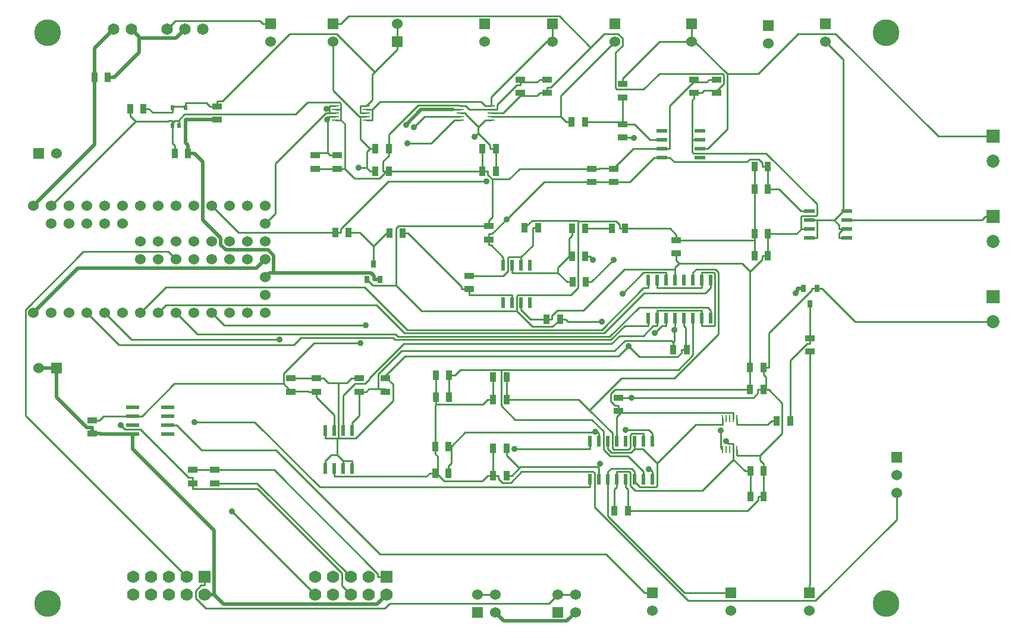
<source format=gtl>
G04 (created by PCBNEW (2013-jul-07)-stable) date Tue 18 Dec 2018 06:03:29 PM PST*
%MOIN*%
G04 Gerber Fmt 3.4, Leading zero omitted, Abs format*
%FSLAX34Y34*%
G01*
G70*
G90*
G04 APERTURE LIST*
%ADD10C,0.00590551*%
%ADD11R,0.02X0.03*%
%ADD12R,0.0315X0.0394*%
%ADD13R,0.055X0.035*%
%ADD14R,0.035X0.055*%
%ADD15R,0.06X0.06*%
%ADD16C,0.06*%
%ADD17R,0.0394X0.0106*%
%ADD18R,0.0779528X0.0208661*%
%ADD19R,0.023622X0.0610236*%
%ADD20R,0.0610236X0.023622*%
%ADD21R,0.07X0.07*%
%ADD22C,0.07*%
%ADD23R,0.0106X0.0394*%
%ADD24C,0.15*%
%ADD25R,0.073X0.073*%
%ADD26C,0.073*%
%ADD27C,0.065*%
%ADD28C,0.035*%
%ADD29C,0.01*%
%ADD30C,0.02*%
%ADD31C,0.0105906*%
G04 APERTURE END LIST*
G54D10*
G54D11*
X28491Y-26698D03*
X29241Y-26698D03*
X28491Y-25698D03*
X28866Y-26698D03*
X29241Y-25698D03*
G54D12*
X39777Y-34474D03*
X40152Y-35340D03*
X39402Y-35340D03*
X64250Y-36683D03*
X63875Y-35817D03*
X64625Y-35817D03*
G54D13*
X38954Y-40873D03*
X38954Y-41623D03*
G54D14*
X43266Y-40704D03*
X44016Y-40704D03*
X60875Y-41500D03*
X61625Y-41500D03*
X61652Y-46074D03*
X60902Y-46074D03*
X60875Y-40250D03*
X61625Y-40250D03*
X61652Y-47492D03*
X60902Y-47492D03*
G54D13*
X36553Y-41623D03*
X36553Y-40873D03*
G54D14*
X43266Y-41925D03*
X44016Y-41925D03*
G54D13*
X35135Y-41623D03*
X35135Y-40873D03*
X40450Y-40873D03*
X40450Y-41623D03*
G54D14*
X57335Y-39271D03*
X56585Y-39271D03*
G54D13*
X56750Y-33875D03*
X56750Y-33125D03*
G54D14*
X54032Y-48309D03*
X53282Y-48309D03*
G54D13*
X53500Y-42699D03*
X53500Y-41949D03*
G54D14*
X62375Y-43250D03*
X63125Y-43250D03*
G54D13*
X64250Y-38625D03*
X64250Y-39375D03*
G54D14*
X51640Y-32472D03*
X50890Y-32472D03*
X51680Y-35464D03*
X50930Y-35464D03*
X48252Y-32433D03*
X49002Y-32433D03*
X51640Y-34047D03*
X50890Y-34047D03*
G54D13*
X45124Y-35128D03*
X45124Y-35878D03*
G54D14*
X41412Y-32742D03*
X40662Y-32742D03*
X38380Y-32702D03*
X37630Y-32702D03*
X49473Y-37551D03*
X50223Y-37551D03*
G54D13*
X46226Y-33083D03*
X46226Y-32333D03*
G54D14*
X53884Y-32472D03*
X53134Y-32472D03*
G54D13*
X24000Y-43225D03*
X24000Y-43975D03*
G54D14*
X24125Y-24000D03*
X24875Y-24000D03*
G54D13*
X30875Y-45999D03*
X30875Y-46749D03*
X29625Y-45999D03*
X29625Y-46749D03*
X59000Y-24875D03*
X59000Y-24125D03*
G54D14*
X61125Y-29000D03*
X61875Y-29000D03*
X61875Y-34000D03*
X61125Y-34000D03*
X61125Y-30250D03*
X61875Y-30250D03*
X61875Y-32750D03*
X61125Y-32750D03*
G54D13*
X37750Y-29125D03*
X37750Y-28375D03*
G54D14*
X39875Y-29250D03*
X40625Y-29250D03*
G54D13*
X48000Y-24875D03*
X48000Y-24125D03*
G54D14*
X45875Y-28000D03*
X46625Y-28000D03*
G54D13*
X49500Y-24875D03*
X49500Y-24125D03*
G54D14*
X45875Y-29250D03*
X46625Y-29250D03*
G54D13*
X36500Y-29125D03*
X36500Y-28375D03*
G54D14*
X50875Y-26500D03*
X51625Y-26500D03*
G54D13*
X53750Y-26625D03*
X53750Y-27375D03*
X52000Y-29125D03*
X52000Y-29875D03*
X57750Y-24875D03*
X57750Y-24125D03*
X53250Y-29125D03*
X53250Y-29875D03*
G54D14*
X46477Y-46320D03*
X47227Y-46320D03*
X46477Y-44785D03*
X47227Y-44785D03*
X43227Y-46198D03*
X43977Y-46198D03*
X39875Y-28000D03*
X40625Y-28000D03*
X26125Y-25750D03*
X26875Y-25750D03*
G54D13*
X31000Y-26375D03*
X31000Y-25625D03*
G54D14*
X28625Y-28250D03*
X29375Y-28250D03*
X46477Y-40789D03*
X47227Y-40789D03*
X43227Y-44702D03*
X43977Y-44702D03*
X46477Y-42049D03*
X47227Y-42049D03*
G54D15*
X69100Y-45300D03*
G54D16*
X69100Y-46300D03*
X69100Y-47300D03*
G54D15*
X50100Y-54000D03*
G54D16*
X50100Y-53000D03*
X51100Y-54000D03*
X51100Y-53000D03*
G54D15*
X45600Y-54000D03*
G54D16*
X45600Y-53000D03*
X46600Y-54000D03*
X46600Y-53000D03*
G54D15*
X46000Y-21000D03*
G54D16*
X46000Y-22000D03*
G54D15*
X41100Y-22000D03*
G54D16*
X41100Y-21000D03*
G54D15*
X22000Y-40300D03*
G54D16*
X21000Y-40300D03*
G54D15*
X49800Y-21000D03*
G54D16*
X49800Y-22000D03*
G54D15*
X21000Y-28250D03*
G54D16*
X22000Y-28250D03*
G54D15*
X53300Y-21000D03*
G54D16*
X53300Y-22000D03*
G54D15*
X57600Y-21000D03*
G54D16*
X57600Y-22000D03*
G54D15*
X55400Y-52900D03*
G54D16*
X55400Y-53900D03*
G54D15*
X61900Y-21100D03*
G54D16*
X61900Y-22100D03*
G54D15*
X64200Y-52900D03*
G54D16*
X64200Y-53900D03*
G54D15*
X59800Y-52900D03*
G54D16*
X59800Y-53900D03*
G54D15*
X65100Y-21000D03*
G54D16*
X65100Y-22000D03*
G54D15*
X37500Y-21000D03*
G54D16*
X37500Y-22000D03*
G54D15*
X34000Y-21000D03*
G54D16*
X34000Y-22000D03*
G54D17*
X44625Y-25600D03*
X44625Y-25800D03*
X44625Y-26000D03*
X44625Y-26200D03*
X44625Y-26400D03*
X46375Y-26400D03*
X46375Y-26200D03*
X46375Y-26000D03*
X46375Y-25800D03*
X46375Y-25600D03*
X37625Y-25600D03*
X37625Y-25800D03*
X37625Y-26000D03*
X37625Y-26200D03*
X37625Y-26400D03*
X39375Y-26400D03*
X39375Y-26200D03*
X39375Y-26000D03*
X39375Y-25800D03*
X39375Y-25600D03*
G54D18*
X26279Y-42500D03*
X26279Y-43000D03*
X26279Y-43500D03*
X26279Y-44000D03*
X28220Y-44000D03*
X28220Y-43500D03*
X28220Y-43000D03*
X28220Y-42500D03*
G54D19*
X37062Y-45933D03*
X37562Y-45933D03*
X38062Y-45933D03*
X38562Y-45933D03*
X38562Y-43807D03*
X38062Y-43807D03*
X37562Y-43807D03*
X37062Y-43807D03*
G54D20*
X55948Y-27000D03*
X55948Y-27500D03*
X55948Y-28000D03*
X55948Y-28500D03*
X58074Y-28500D03*
X58074Y-28000D03*
X58074Y-27500D03*
X58074Y-27000D03*
X66312Y-33000D03*
X66312Y-32500D03*
X66312Y-32000D03*
X66312Y-31500D03*
X64187Y-31500D03*
X64187Y-32000D03*
X64187Y-32500D03*
X64187Y-33000D03*
G54D19*
X48551Y-34519D03*
X48051Y-34519D03*
X47551Y-34519D03*
X47051Y-34519D03*
X47051Y-36645D03*
X47551Y-36645D03*
X48051Y-36645D03*
X48551Y-36645D03*
G54D21*
X30300Y-52000D03*
G54D22*
X30300Y-53000D03*
X29300Y-52000D03*
X29300Y-53000D03*
X28300Y-52000D03*
X28300Y-53000D03*
X27300Y-52000D03*
X27300Y-53000D03*
X26300Y-52000D03*
X26300Y-53000D03*
G54D21*
X40500Y-52000D03*
G54D22*
X40500Y-53000D03*
X39500Y-52000D03*
X39500Y-53000D03*
X38500Y-52000D03*
X38500Y-53000D03*
X37500Y-52000D03*
X37500Y-53000D03*
X36500Y-52000D03*
X36500Y-53000D03*
G54D19*
X51907Y-46537D03*
X52407Y-46537D03*
X52907Y-46537D03*
X53407Y-46537D03*
X53407Y-44411D03*
X52907Y-44411D03*
X52407Y-44411D03*
X51907Y-44411D03*
X53907Y-46537D03*
X54407Y-46537D03*
X54907Y-46537D03*
X55407Y-46537D03*
X54407Y-44411D03*
X54907Y-44411D03*
X55407Y-44411D03*
X53907Y-44411D03*
X55171Y-37500D03*
X55671Y-37500D03*
X56171Y-37500D03*
X56671Y-37500D03*
X56671Y-35374D03*
X56171Y-35374D03*
X55671Y-35374D03*
X55171Y-35374D03*
X57171Y-37500D03*
X57671Y-37500D03*
X58171Y-37500D03*
X58671Y-37500D03*
X57671Y-35374D03*
X58171Y-35374D03*
X58671Y-35374D03*
X57171Y-35374D03*
G54D23*
X59350Y-44875D03*
X59550Y-44875D03*
X59750Y-44875D03*
X59950Y-44875D03*
X60150Y-44875D03*
X60150Y-43125D03*
X59950Y-43125D03*
X59750Y-43125D03*
X59550Y-43125D03*
X59350Y-43125D03*
G54D24*
X68500Y-53500D03*
X21500Y-53500D03*
X21500Y-21500D03*
X68500Y-21500D03*
G54D13*
X53750Y-25125D03*
X53750Y-24375D03*
G54D25*
X74500Y-27311D03*
G54D26*
X74500Y-28689D03*
G54D25*
X74500Y-31811D03*
G54D26*
X74500Y-33189D03*
G54D25*
X74500Y-36311D03*
G54D26*
X74500Y-37689D03*
G54D27*
X25200Y-21300D03*
X26200Y-21300D03*
X28200Y-21300D03*
X29200Y-21300D03*
X30200Y-21300D03*
G54D16*
X20700Y-37200D03*
X21700Y-37200D03*
X22700Y-37200D03*
X23700Y-37200D03*
X24700Y-37200D03*
X25700Y-37200D03*
X26700Y-37200D03*
X27700Y-37200D03*
X28700Y-37200D03*
X29700Y-37200D03*
X30700Y-37200D03*
X31700Y-37200D03*
X32700Y-37200D03*
X33700Y-37200D03*
X33700Y-36200D03*
X33700Y-35200D03*
X33700Y-34200D03*
X33700Y-33200D03*
X33700Y-32200D03*
X33700Y-31200D03*
X32700Y-31200D03*
X31700Y-31200D03*
X30700Y-31200D03*
X29700Y-31200D03*
X28700Y-31200D03*
X27700Y-31200D03*
X26700Y-31200D03*
X25700Y-31200D03*
X24700Y-31200D03*
X23700Y-31200D03*
X22700Y-31200D03*
X21700Y-31200D03*
X20700Y-31200D03*
X26700Y-34200D03*
X27700Y-34200D03*
X28700Y-34200D03*
X29700Y-34200D03*
X30700Y-34200D03*
X31700Y-34200D03*
X32700Y-34200D03*
X32700Y-33200D03*
X31700Y-33200D03*
X30700Y-33200D03*
X29700Y-33200D03*
X28700Y-33200D03*
X27700Y-33200D03*
X26700Y-33200D03*
X25700Y-32200D03*
X24700Y-32200D03*
X23700Y-32200D03*
X21700Y-32200D03*
X22700Y-32200D03*
G54D28*
X38944Y-29077D03*
X39047Y-38906D03*
X56642Y-38163D03*
X59547Y-44415D03*
X47237Y-31958D03*
X37171Y-26355D03*
X45435Y-27325D03*
X63446Y-36086D03*
X54248Y-41949D03*
X54053Y-39071D03*
X52583Y-37695D03*
X31827Y-48327D03*
X42024Y-26798D03*
X41674Y-27702D03*
X37133Y-25758D03*
X41594Y-26656D03*
X59236Y-43799D03*
X52081Y-34238D03*
X54381Y-27396D03*
X53220Y-34229D03*
X46117Y-29841D03*
X25615Y-43514D03*
X29734Y-43318D03*
X47668Y-44846D03*
X39330Y-37901D03*
X53893Y-43770D03*
X55215Y-45976D03*
X34495Y-38706D03*
X53721Y-36125D03*
X52215Y-43849D03*
X55543Y-38341D03*
X52454Y-45668D03*
G54D29*
X24000Y-43225D02*
X24405Y-43225D01*
X60875Y-41500D02*
X60569Y-41500D01*
X26279Y-43000D02*
X25759Y-43000D01*
X48000Y-24875D02*
X48000Y-25027D01*
X49500Y-24875D02*
X49094Y-24875D01*
X36553Y-41623D02*
X36553Y-41928D01*
X53500Y-42547D02*
X53500Y-42394D01*
X59950Y-43125D02*
X59950Y-42797D01*
X48051Y-36645D02*
X48051Y-37035D01*
X59000Y-24875D02*
X59000Y-24722D01*
X57750Y-24875D02*
X58155Y-24875D01*
X61875Y-33594D02*
X61875Y-32750D01*
X64187Y-32500D02*
X63751Y-32500D01*
X58074Y-27500D02*
X57639Y-27500D01*
X63501Y-32750D02*
X63751Y-32500D01*
X61875Y-32750D02*
X63501Y-32750D01*
X57639Y-28172D02*
X57639Y-27500D01*
X57719Y-28251D02*
X57639Y-28172D01*
X61781Y-28251D02*
X57719Y-28251D01*
X64627Y-31097D02*
X61781Y-28251D01*
X64627Y-31686D02*
X64627Y-31097D01*
X64563Y-31750D02*
X64627Y-31686D01*
X63801Y-31750D02*
X64563Y-31750D01*
X63751Y-31800D02*
X63801Y-31750D01*
X63751Y-32500D02*
X63751Y-31800D01*
X57750Y-24875D02*
X57750Y-25180D01*
X61875Y-33797D02*
X61875Y-33594D01*
X37562Y-42937D02*
X37562Y-43371D01*
X36553Y-41928D02*
X37562Y-42937D01*
X37562Y-43807D02*
X37562Y-43371D01*
X53309Y-42394D02*
X53500Y-42394D01*
X53083Y-42169D02*
X53309Y-42394D01*
X53083Y-41720D02*
X53083Y-42169D01*
X53304Y-41500D02*
X53083Y-41720D01*
X60569Y-41500D02*
X53304Y-41500D01*
X48942Y-25027D02*
X48000Y-25027D01*
X49094Y-24875D02*
X48942Y-25027D01*
X47027Y-26000D02*
X46375Y-26000D01*
X48000Y-25027D02*
X47027Y-26000D01*
X53527Y-42574D02*
X53500Y-42547D01*
X53527Y-42672D02*
X53527Y-42574D01*
X53527Y-42672D02*
X53500Y-42699D01*
X56750Y-33875D02*
X56750Y-34180D01*
X49473Y-37551D02*
X49168Y-37551D01*
X60875Y-41500D02*
X60875Y-40250D01*
X24630Y-43000D02*
X24405Y-43225D01*
X25759Y-43000D02*
X24630Y-43000D01*
X35135Y-41623D02*
X35135Y-41584D01*
X36109Y-41584D02*
X36148Y-41623D01*
X35135Y-41584D02*
X36109Y-41584D01*
X36553Y-41623D02*
X36148Y-41623D01*
X39875Y-29250D02*
X39569Y-29250D01*
X39397Y-29077D02*
X39569Y-29250D01*
X26279Y-43000D02*
X26799Y-43000D01*
X28619Y-41179D02*
X26799Y-43000D01*
X34730Y-41179D02*
X28619Y-41179D01*
X34730Y-41179D02*
X35135Y-41584D01*
X39397Y-28172D02*
X39569Y-28000D01*
X39397Y-29077D02*
X39397Y-28172D01*
X39375Y-26200D02*
X39047Y-26200D01*
X39047Y-27477D02*
X39047Y-26200D01*
X39569Y-28000D02*
X39047Y-27477D01*
X48566Y-37551D02*
X48051Y-37035D01*
X49168Y-37551D02*
X48566Y-37551D01*
X38944Y-29077D02*
X39397Y-29077D01*
X56750Y-34258D02*
X56907Y-34416D01*
X56750Y-34180D02*
X56750Y-34258D01*
X49473Y-37551D02*
X49778Y-37551D01*
X49778Y-37360D02*
X49778Y-37551D01*
X50058Y-37080D02*
X49778Y-37360D01*
X51525Y-37080D02*
X50058Y-37080D01*
X53850Y-34756D02*
X51525Y-37080D01*
X56671Y-34756D02*
X53850Y-34756D01*
X56671Y-35374D02*
X56671Y-34756D01*
X56671Y-34652D02*
X56907Y-34416D01*
X56671Y-34756D02*
X56671Y-34652D01*
X61875Y-33797D02*
X61875Y-34000D01*
X60909Y-34860D02*
X60875Y-34860D01*
X61569Y-34200D02*
X60909Y-34860D01*
X61569Y-34000D02*
X61569Y-34200D01*
X60430Y-34416D02*
X60875Y-34860D01*
X56907Y-34416D02*
X60430Y-34416D01*
X60875Y-34860D02*
X60875Y-40250D01*
X61875Y-34000D02*
X61569Y-34000D01*
X38973Y-26200D02*
X39047Y-26200D01*
X37500Y-24726D02*
X38973Y-26200D01*
X37500Y-22000D02*
X37500Y-24726D01*
X57639Y-25290D02*
X57750Y-25180D01*
X57639Y-27500D02*
X57639Y-25290D01*
X39875Y-28000D02*
X39569Y-28000D01*
X58307Y-24722D02*
X59000Y-24722D01*
X58155Y-24875D02*
X58307Y-24722D01*
X49500Y-24875D02*
X49500Y-24569D01*
X37500Y-21000D02*
X37930Y-21000D01*
X50187Y-20569D02*
X51939Y-22321D01*
X38360Y-20569D02*
X50187Y-20569D01*
X37930Y-21000D02*
X38360Y-20569D01*
X52708Y-21552D02*
X51939Y-22321D01*
X53475Y-21552D02*
X52708Y-21552D01*
X53735Y-21811D02*
X53475Y-21552D01*
X53735Y-22222D02*
X53735Y-21811D01*
X53344Y-22613D02*
X53735Y-22222D01*
X53344Y-24610D02*
X53344Y-22613D01*
X53414Y-24680D02*
X53344Y-24610D01*
X54907Y-24680D02*
X53414Y-24680D01*
X55789Y-23798D02*
X54907Y-24680D01*
X59327Y-23798D02*
X55789Y-23798D01*
X59405Y-23876D02*
X59327Y-23798D01*
X59405Y-24367D02*
X59405Y-23876D01*
X59050Y-24722D02*
X59405Y-24367D01*
X59000Y-24722D02*
X59050Y-24722D01*
X49690Y-24569D02*
X49500Y-24569D01*
X51939Y-22321D02*
X49690Y-24569D01*
X36434Y-38906D02*
X39047Y-38906D01*
X34730Y-40610D02*
X36434Y-38906D01*
X34730Y-41179D02*
X34730Y-40610D01*
X59950Y-42797D02*
X53652Y-42797D01*
X53652Y-42797D02*
X53527Y-42672D01*
X53407Y-44411D02*
X53407Y-43976D01*
X53407Y-43042D02*
X53407Y-43976D01*
X53652Y-42797D02*
X53407Y-43042D01*
X53282Y-48309D02*
X53282Y-47903D01*
X60902Y-47492D02*
X60902Y-46074D01*
X28660Y-20839D02*
X28200Y-21300D01*
X33409Y-20839D02*
X28660Y-20839D01*
X33569Y-21000D02*
X33409Y-20839D01*
X34000Y-21000D02*
X33569Y-21000D01*
X38954Y-41623D02*
X38954Y-41775D01*
X59950Y-44875D02*
X59950Y-45202D01*
X60902Y-46074D02*
X60597Y-46074D01*
X38562Y-43807D02*
X38562Y-43371D01*
X38954Y-42980D02*
X38562Y-43371D01*
X38954Y-41775D02*
X38954Y-42980D01*
X61569Y-28809D02*
X61569Y-29000D01*
X61353Y-28592D02*
X61569Y-28809D01*
X60854Y-28592D02*
X61353Y-28592D01*
X60699Y-28748D02*
X60854Y-28592D01*
X56632Y-28748D02*
X60699Y-28748D01*
X56384Y-28500D02*
X56632Y-28748D01*
X55948Y-28500D02*
X56384Y-28500D01*
X61875Y-29000D02*
X61569Y-29000D01*
X61875Y-30250D02*
X61875Y-29000D01*
X64187Y-31500D02*
X63751Y-31500D01*
X40450Y-41623D02*
X40450Y-41470D01*
X38954Y-41623D02*
X39359Y-41623D01*
X46355Y-33388D02*
X46226Y-33388D01*
X47051Y-34084D02*
X46355Y-33388D01*
X47051Y-34519D02*
X47051Y-34084D01*
X62501Y-30250D02*
X63751Y-31500D01*
X61875Y-30250D02*
X62501Y-30250D01*
X36500Y-28375D02*
X36500Y-28222D01*
X37750Y-28375D02*
X37344Y-28375D01*
X56671Y-37500D02*
X56671Y-37935D01*
X60597Y-46074D02*
X59950Y-45427D01*
X46226Y-33083D02*
X46226Y-33388D01*
X52000Y-29875D02*
X52405Y-29875D01*
X56585Y-39271D02*
X56585Y-38866D01*
X56475Y-38756D02*
X56585Y-38866D01*
X53860Y-38756D02*
X56475Y-38756D01*
X53284Y-39332D02*
X53860Y-38756D01*
X41331Y-39332D02*
X53284Y-39332D01*
X40028Y-40635D02*
X41331Y-39332D01*
X40028Y-41470D02*
X40028Y-40635D01*
X40450Y-41470D02*
X40028Y-41470D01*
X39512Y-41470D02*
X39359Y-41623D01*
X40028Y-41470D02*
X39512Y-41470D01*
X46226Y-33083D02*
X46226Y-32778D01*
X59950Y-44875D02*
X59950Y-44547D01*
X37625Y-26200D02*
X37297Y-26200D01*
X36500Y-28222D02*
X37192Y-28222D01*
X37192Y-28222D02*
X37344Y-28375D01*
X53282Y-47097D02*
X53282Y-47903D01*
X53407Y-46972D02*
X53282Y-47097D01*
X53407Y-46537D02*
X53407Y-46972D01*
X59950Y-45202D02*
X59950Y-45427D01*
X53407Y-46537D02*
X53407Y-46102D01*
X58211Y-47165D02*
X59950Y-45427D01*
X54421Y-47165D02*
X58211Y-47165D01*
X54155Y-46899D02*
X54421Y-47165D01*
X54155Y-46152D02*
X54155Y-46899D01*
X54105Y-46102D02*
X54155Y-46152D01*
X53407Y-46102D02*
X54105Y-46102D01*
X52405Y-29875D02*
X53250Y-29875D01*
X54138Y-29875D02*
X55513Y-28500D01*
X53250Y-29875D02*
X54138Y-29875D01*
X55948Y-28500D02*
X55513Y-28500D01*
X46625Y-29250D02*
X46625Y-28000D01*
X46625Y-28000D02*
X46319Y-28000D01*
X46417Y-32778D02*
X47237Y-31958D01*
X46226Y-32778D02*
X46417Y-32778D01*
X49320Y-29875D02*
X52000Y-29875D01*
X47237Y-31958D02*
X49320Y-29875D01*
X56671Y-38134D02*
X56671Y-37935D01*
X56642Y-38163D02*
X56671Y-38134D01*
X56642Y-38809D02*
X56642Y-38163D01*
X56585Y-38866D02*
X56642Y-38809D01*
X59679Y-44547D02*
X59547Y-44415D01*
X59950Y-44547D02*
X59679Y-44547D01*
X37192Y-26366D02*
X37192Y-26366D01*
X37192Y-26305D02*
X37192Y-26366D01*
X37297Y-26200D02*
X37192Y-26305D01*
X37192Y-26366D02*
X37192Y-28222D01*
X37182Y-26366D02*
X37171Y-26355D01*
X37192Y-26366D02*
X37182Y-26366D01*
X46375Y-26400D02*
X46047Y-26400D01*
X45435Y-27325D02*
X45635Y-27125D01*
X46319Y-27809D02*
X45635Y-27125D01*
X46319Y-28000D02*
X46319Y-27809D01*
X45685Y-26761D02*
X46047Y-26400D01*
X45635Y-26761D02*
X45685Y-26761D01*
X44952Y-26078D02*
X45635Y-26761D01*
X44952Y-26000D02*
X44952Y-26078D01*
X45635Y-27125D02*
X45635Y-27125D01*
X45635Y-26761D02*
X45635Y-27125D01*
X44625Y-26000D02*
X44952Y-26000D01*
G54D30*
X29241Y-27661D02*
X29241Y-26698D01*
X29375Y-27794D02*
X29241Y-27661D01*
X30538Y-26368D02*
X29241Y-26368D01*
X30544Y-26375D02*
X30538Y-26368D01*
X29241Y-26698D02*
X29241Y-26368D01*
X29375Y-28250D02*
X29375Y-27794D01*
X40152Y-35340D02*
X39814Y-35340D01*
X30772Y-26375D02*
X30544Y-26375D01*
X30772Y-26375D02*
X31000Y-26375D01*
X50619Y-54480D02*
X51100Y-54000D01*
X47080Y-54480D02*
X50619Y-54480D01*
X46600Y-54000D02*
X47080Y-54480D01*
X63537Y-35995D02*
X63537Y-35817D01*
X63446Y-36086D02*
X63537Y-35995D01*
X63875Y-35817D02*
X63537Y-35817D01*
X29375Y-28250D02*
X29730Y-28250D01*
X30200Y-28719D02*
X29730Y-28250D01*
X30200Y-32008D02*
X30200Y-28719D01*
X31200Y-33008D02*
X30200Y-32008D01*
X31200Y-33389D02*
X31200Y-33008D01*
X31490Y-33680D02*
X31200Y-33389D01*
X33860Y-33680D02*
X31490Y-33680D01*
X34181Y-34000D02*
X33860Y-33680D01*
X34181Y-34963D02*
X34181Y-34000D01*
X39648Y-34963D02*
X34181Y-34963D01*
X39814Y-35129D02*
X39648Y-34963D01*
X39814Y-35340D02*
X39814Y-35129D01*
X33936Y-34963D02*
X33700Y-35200D01*
X34181Y-34963D02*
X33936Y-34963D01*
X24125Y-27775D02*
X20700Y-31200D01*
X24125Y-24000D02*
X24125Y-27775D01*
X24125Y-22375D02*
X24125Y-24000D01*
X25200Y-21300D02*
X24125Y-22375D01*
G54D29*
X28625Y-28250D02*
X28625Y-27844D01*
X40625Y-28000D02*
X40625Y-28405D01*
X66784Y-37689D02*
X64912Y-35817D01*
X74500Y-37689D02*
X66784Y-37689D01*
X64625Y-35817D02*
X64912Y-35817D01*
X40319Y-28710D02*
X40319Y-29250D01*
X40625Y-28405D02*
X40319Y-28710D01*
X37062Y-43807D02*
X37062Y-44242D01*
X37062Y-45933D02*
X37062Y-45497D01*
X28491Y-26698D02*
X28491Y-26559D01*
X28866Y-26698D02*
X28866Y-26418D01*
X57750Y-24125D02*
X57750Y-24277D01*
X58442Y-24277D02*
X58594Y-24125D01*
X57750Y-24277D02*
X58442Y-24277D01*
X59000Y-24125D02*
X58594Y-24125D01*
X61625Y-41500D02*
X61319Y-41500D01*
X53500Y-41949D02*
X53905Y-41949D01*
X61625Y-40250D02*
X61930Y-40250D01*
X61060Y-41949D02*
X54248Y-41949D01*
X61319Y-41690D02*
X61060Y-41949D01*
X61319Y-41500D02*
X61319Y-41690D01*
X53905Y-41949D02*
X53905Y-41949D01*
X54248Y-41949D02*
X53905Y-41949D01*
X56750Y-33125D02*
X57155Y-33125D01*
X61125Y-33125D02*
X57155Y-33125D01*
X61125Y-33125D02*
X61125Y-34000D01*
X61125Y-29000D02*
X61125Y-30250D01*
X61625Y-41500D02*
X61777Y-41500D01*
X61777Y-41500D02*
X61930Y-41500D01*
X61777Y-40807D02*
X61625Y-40655D01*
X61777Y-41500D02*
X61777Y-40807D01*
X61625Y-40250D02*
X61625Y-40655D01*
X61652Y-46074D02*
X61652Y-47492D01*
X60721Y-48309D02*
X54032Y-48309D01*
X61347Y-47682D02*
X60721Y-48309D01*
X61347Y-47492D02*
X61347Y-47682D01*
X61652Y-47492D02*
X61347Y-47492D01*
X60150Y-44875D02*
X60150Y-45202D01*
X54032Y-48309D02*
X54032Y-47903D01*
X61443Y-45461D02*
X61652Y-45669D01*
X61443Y-45202D02*
X61443Y-45461D01*
X62680Y-43965D02*
X61443Y-45202D01*
X62680Y-42250D02*
X62680Y-43965D01*
X61930Y-41500D02*
X62680Y-42250D01*
X61443Y-45202D02*
X60150Y-45202D01*
X61652Y-46074D02*
X61652Y-45669D01*
X57283Y-38047D02*
X57283Y-39271D01*
X57171Y-37935D02*
X57283Y-38047D01*
X57335Y-39271D02*
X57283Y-39271D01*
X57283Y-39271D02*
X57030Y-39271D01*
X57171Y-37500D02*
X57171Y-37935D01*
X40450Y-40873D02*
X40450Y-40796D01*
X40450Y-40796D02*
X40450Y-40720D01*
X37062Y-44242D02*
X37729Y-44242D01*
X40493Y-29250D02*
X40625Y-29250D01*
X28491Y-27711D02*
X28491Y-26698D01*
X28625Y-27844D02*
X28491Y-27711D01*
X26125Y-25750D02*
X26125Y-26155D01*
X28491Y-26559D02*
X28491Y-26418D01*
X38753Y-44242D02*
X37814Y-44242D01*
X40856Y-42139D02*
X38753Y-44242D01*
X40856Y-41202D02*
X40856Y-42139D01*
X40450Y-40796D02*
X40856Y-41202D01*
X37814Y-44242D02*
X37729Y-44242D01*
X38954Y-40873D02*
X38549Y-40873D01*
X40493Y-29250D02*
X40406Y-29250D01*
X40406Y-29250D02*
X40319Y-29250D01*
X37750Y-29125D02*
X38155Y-29125D01*
X36500Y-29125D02*
X37750Y-29125D01*
X46375Y-25800D02*
X46702Y-25800D01*
X53497Y-39628D02*
X54053Y-39071D01*
X41543Y-39628D02*
X53497Y-39628D01*
X40450Y-40720D02*
X41543Y-39628D01*
X57030Y-39462D02*
X57030Y-39271D01*
X56816Y-39676D02*
X57030Y-39462D01*
X54658Y-39676D02*
X56816Y-39676D01*
X54053Y-39071D02*
X54658Y-39676D01*
X21700Y-31200D02*
X26434Y-26465D01*
X26434Y-26465D02*
X26434Y-26465D01*
X28272Y-26465D02*
X26434Y-26465D01*
X28318Y-26418D02*
X28272Y-26465D01*
X28491Y-26418D02*
X28318Y-26418D01*
X26434Y-26465D02*
X26125Y-26155D01*
X36553Y-40873D02*
X36958Y-40873D01*
X37814Y-44242D02*
X37814Y-41140D01*
X38282Y-41140D02*
X37814Y-41140D01*
X38549Y-40873D02*
X38282Y-41140D01*
X37225Y-41140D02*
X36958Y-40873D01*
X37814Y-41140D02*
X37225Y-41140D01*
X35135Y-40873D02*
X36553Y-40873D01*
X37729Y-44242D02*
X37729Y-45164D01*
X37396Y-45164D02*
X37062Y-45497D01*
X37729Y-45164D02*
X37396Y-45164D01*
X38562Y-45497D02*
X38062Y-45497D01*
X38562Y-45933D02*
X38562Y-45497D01*
X38062Y-45933D02*
X38062Y-45497D01*
X37729Y-45164D02*
X38062Y-45497D01*
X48654Y-37956D02*
X47801Y-37103D01*
X49818Y-37956D02*
X48654Y-37956D01*
X50223Y-37551D02*
X49818Y-37956D01*
X39730Y-35668D02*
X39402Y-35340D01*
X41021Y-35668D02*
X39730Y-35668D01*
X42456Y-37103D02*
X41021Y-35668D01*
X47801Y-37103D02*
X42456Y-37103D01*
X41155Y-32333D02*
X46226Y-32333D01*
X41021Y-32467D02*
X41155Y-32333D01*
X41021Y-35668D02*
X41021Y-32467D01*
X46226Y-32333D02*
X46226Y-32028D01*
X45875Y-29250D02*
X46180Y-29250D01*
X61125Y-33125D02*
X61125Y-32750D01*
X61125Y-32750D02*
X61125Y-30250D01*
X64625Y-35817D02*
X64337Y-35817D01*
X50673Y-37695D02*
X50528Y-37551D01*
X52583Y-37695D02*
X50673Y-37695D01*
X50223Y-37551D02*
X50528Y-37551D01*
X37625Y-25800D02*
X37952Y-25800D01*
X28631Y-26418D02*
X28491Y-26559D01*
X28866Y-26418D02*
X28631Y-26418D01*
X37952Y-25492D02*
X37952Y-25800D01*
X37873Y-25414D02*
X37952Y-25492D01*
X36074Y-25414D02*
X37873Y-25414D01*
X35419Y-26069D02*
X36074Y-25414D01*
X29185Y-26069D02*
X35419Y-26069D01*
X28866Y-26389D02*
X29185Y-26069D01*
X28866Y-26418D02*
X28866Y-26389D01*
X64337Y-35920D02*
X64337Y-35817D01*
X61930Y-38328D02*
X64337Y-35920D01*
X61930Y-40250D02*
X61930Y-38328D01*
X56402Y-32472D02*
X56750Y-32819D01*
X53884Y-32472D02*
X56402Y-32472D01*
X56750Y-33125D02*
X56750Y-32819D01*
X51235Y-35814D02*
X51235Y-32067D01*
X50839Y-36210D02*
X51235Y-35814D01*
X47863Y-36210D02*
X50839Y-36210D01*
X47801Y-36272D02*
X47863Y-36210D01*
X47801Y-37103D02*
X47801Y-36272D01*
X53884Y-32472D02*
X53579Y-32472D01*
X38692Y-29662D02*
X38155Y-29125D01*
X40108Y-29662D02*
X38692Y-29662D01*
X40406Y-29363D02*
X40108Y-29662D01*
X40406Y-29250D02*
X40406Y-29363D01*
X37952Y-26400D02*
X37952Y-25800D01*
X37625Y-26400D02*
X37907Y-26400D01*
X37907Y-26400D02*
X37952Y-26400D01*
X38155Y-26602D02*
X38155Y-29125D01*
X37952Y-26400D02*
X38155Y-26602D01*
X48000Y-24125D02*
X48000Y-24277D01*
X48000Y-24277D02*
X48000Y-24430D01*
X48942Y-24277D02*
X49094Y-24125D01*
X48000Y-24277D02*
X48942Y-24277D01*
X49500Y-24125D02*
X49094Y-24125D01*
X46375Y-25800D02*
X46047Y-25800D01*
X57695Y-24277D02*
X57750Y-24277D01*
X56384Y-25588D02*
X57695Y-24277D01*
X56384Y-28000D02*
X56384Y-25588D01*
X55948Y-28000D02*
X56384Y-28000D01*
X54032Y-47097D02*
X53907Y-46972D01*
X54032Y-47903D02*
X54032Y-47097D01*
X53907Y-46537D02*
X53907Y-46972D01*
X51194Y-32026D02*
X51235Y-32067D01*
X48659Y-32026D02*
X51194Y-32026D01*
X48252Y-32433D02*
X48659Y-32026D01*
X53250Y-29125D02*
X53250Y-29086D01*
X52000Y-29125D02*
X52405Y-29125D01*
X53579Y-32281D02*
X53579Y-32472D01*
X53365Y-32067D02*
X53579Y-32281D01*
X51235Y-32067D02*
X53365Y-32067D01*
X51235Y-32067D02*
X51235Y-32067D01*
X52443Y-29086D02*
X53250Y-29086D01*
X52405Y-29125D02*
X52443Y-29086D01*
X54336Y-28000D02*
X55948Y-28000D01*
X53250Y-29086D02*
X54336Y-28000D01*
X40625Y-28000D02*
X40625Y-27594D01*
X44625Y-25600D02*
X44952Y-25600D01*
X45152Y-25800D02*
X44952Y-25600D01*
X46047Y-25800D02*
X45152Y-25800D01*
X45875Y-29250D02*
X45875Y-28000D01*
X40625Y-29250D02*
X40930Y-29250D01*
X45875Y-29250D02*
X40930Y-29250D01*
X44584Y-25559D02*
X44625Y-25600D01*
X42259Y-25559D02*
X44584Y-25559D01*
X40625Y-27194D02*
X42259Y-25559D01*
X40625Y-27594D02*
X40625Y-27194D01*
X47809Y-24430D02*
X48000Y-24430D01*
X46702Y-25537D02*
X47809Y-24430D01*
X46702Y-25800D02*
X46702Y-25537D01*
X47965Y-29125D02*
X52000Y-29125D01*
X47375Y-29715D02*
X47965Y-29125D01*
X46422Y-29715D02*
X47375Y-29715D01*
X46422Y-31832D02*
X46422Y-29715D01*
X46226Y-32028D02*
X46422Y-31832D01*
X46180Y-29473D02*
X46180Y-29250D01*
X46422Y-29715D02*
X46180Y-29473D01*
X36500Y-53000D02*
X31827Y-48327D01*
X55819Y-22000D02*
X53750Y-24069D01*
X57600Y-22000D02*
X55819Y-22000D01*
X53750Y-24375D02*
X53750Y-24069D01*
X57600Y-22000D02*
X57600Y-21000D01*
X58074Y-28000D02*
X58510Y-28000D01*
X61324Y-23813D02*
X59597Y-23813D01*
X63573Y-21565D02*
X61324Y-23813D01*
X65682Y-21565D02*
X63573Y-21565D01*
X71428Y-27310D02*
X65682Y-21565D01*
X74500Y-27310D02*
X71428Y-27310D01*
X59597Y-26912D02*
X59597Y-23813D01*
X58510Y-28000D02*
X59597Y-26912D01*
X57783Y-22000D02*
X57600Y-22000D01*
X59597Y-23813D02*
X57783Y-22000D01*
X28262Y-33762D02*
X28700Y-34200D01*
X23508Y-33762D02*
X28262Y-33762D01*
X20253Y-37017D02*
X23508Y-33762D01*
X20253Y-42953D02*
X20253Y-37017D01*
X29300Y-52000D02*
X20253Y-42953D01*
X49800Y-22000D02*
X49800Y-21000D01*
X39375Y-25800D02*
X39702Y-25800D01*
X39375Y-26400D02*
X39702Y-26400D01*
X49457Y-22000D02*
X49800Y-22000D01*
X46375Y-25082D02*
X49457Y-22000D01*
X46375Y-25600D02*
X46375Y-25082D01*
X46375Y-25600D02*
X46047Y-25600D01*
X39702Y-25800D02*
X39702Y-26400D01*
X45813Y-25366D02*
X46047Y-25600D01*
X40136Y-25366D02*
X45813Y-25366D01*
X39702Y-25800D02*
X40136Y-25366D01*
X50875Y-26500D02*
X50569Y-26500D01*
X50269Y-25030D02*
X53300Y-22000D01*
X50269Y-26200D02*
X50269Y-25030D01*
X46375Y-26200D02*
X50269Y-26200D01*
X50269Y-26200D02*
X50569Y-26500D01*
X42623Y-26200D02*
X42024Y-26798D01*
X44625Y-26200D02*
X42623Y-26200D01*
X42995Y-27702D02*
X41674Y-27702D01*
X44297Y-26400D02*
X42995Y-27702D01*
X44625Y-26400D02*
X44297Y-26400D01*
X37625Y-25600D02*
X37297Y-25600D01*
X37625Y-26000D02*
X37297Y-26000D01*
X37133Y-25758D02*
X37297Y-25758D01*
X37297Y-25758D02*
X37297Y-25600D01*
X37297Y-26000D02*
X37297Y-25758D01*
X34269Y-31630D02*
X33700Y-32200D01*
X34269Y-28823D02*
X34269Y-31630D01*
X37093Y-26000D02*
X34269Y-28823D01*
X37297Y-26000D02*
X37093Y-26000D01*
G54D30*
X24000Y-43975D02*
X24000Y-43619D01*
X24480Y-44000D02*
X24455Y-43975D01*
X26279Y-44000D02*
X24480Y-44000D01*
X24000Y-43975D02*
X24455Y-43975D01*
X30835Y-53000D02*
X30300Y-53000D01*
X31370Y-53535D02*
X30835Y-53000D01*
X39964Y-53535D02*
X31370Y-53535D01*
X40500Y-53000D02*
X39964Y-53535D01*
X26279Y-44842D02*
X26279Y-44000D01*
X30835Y-49398D02*
X26279Y-44842D01*
X30835Y-53000D02*
X30835Y-49398D01*
X24875Y-24000D02*
X25230Y-24000D01*
X26635Y-21735D02*
X26635Y-21805D01*
X26200Y-21300D02*
X26635Y-21735D01*
X33216Y-34683D02*
X33700Y-34200D01*
X23216Y-34683D02*
X33216Y-34683D01*
X20700Y-37200D02*
X23216Y-34683D01*
X26635Y-22595D02*
X25230Y-24000D01*
X26635Y-21805D02*
X26635Y-22595D01*
X28694Y-21805D02*
X29200Y-21300D01*
X26635Y-21805D02*
X28694Y-21805D01*
X23689Y-43619D02*
X24000Y-43619D01*
X22000Y-41930D02*
X23689Y-43619D01*
X22000Y-40300D02*
X22000Y-41930D01*
X22000Y-40300D02*
X21000Y-40300D01*
G54D31*
X44247Y-25800D02*
X44625Y-25800D01*
G54D30*
X42451Y-25800D02*
X44247Y-25800D01*
X41594Y-26656D02*
X42451Y-25800D01*
G54D29*
X31000Y-25625D02*
X30594Y-25625D01*
X28491Y-25628D02*
X29241Y-25628D01*
X29241Y-25698D02*
X29241Y-25628D01*
X29241Y-25628D02*
X29241Y-25418D01*
X30388Y-25418D02*
X30594Y-25625D01*
X29241Y-25418D02*
X30388Y-25418D01*
X28491Y-25663D02*
X28491Y-25628D01*
X28491Y-25663D02*
X28491Y-25698D01*
X28491Y-25698D02*
X28491Y-25978D01*
X26875Y-25750D02*
X27180Y-25750D01*
X27409Y-25978D02*
X27180Y-25750D01*
X28491Y-25978D02*
X27409Y-25978D01*
X41100Y-21000D02*
X41100Y-22000D01*
X31000Y-25625D02*
X31000Y-25319D01*
X31305Y-25319D02*
X31000Y-25319D01*
X35072Y-21552D02*
X31305Y-25319D01*
X37688Y-21552D02*
X35072Y-21552D01*
X39833Y-23696D02*
X37688Y-21552D01*
X39833Y-23696D02*
X41100Y-22430D01*
X41100Y-22000D02*
X41100Y-22430D01*
X59236Y-44761D02*
X59236Y-43799D01*
X59350Y-44875D02*
X59236Y-44761D01*
X39375Y-26000D02*
X39047Y-26000D01*
X39702Y-25272D02*
X39375Y-25600D01*
X39702Y-24715D02*
X39702Y-25272D01*
X39702Y-24715D02*
X39702Y-24715D01*
X39702Y-23827D02*
X39702Y-24715D01*
X39833Y-23696D02*
X39702Y-23827D01*
X39047Y-25600D02*
X39047Y-26000D01*
X39375Y-25600D02*
X39047Y-25600D01*
X55400Y-52900D02*
X54969Y-52900D01*
X28220Y-43500D02*
X28740Y-43500D01*
X52788Y-50719D02*
X54969Y-52900D01*
X40126Y-50719D02*
X52788Y-50719D01*
X34298Y-44890D02*
X40126Y-50719D01*
X30131Y-44890D02*
X34298Y-44890D01*
X28740Y-43500D02*
X30131Y-44890D01*
X51640Y-34047D02*
X51945Y-34047D01*
X51945Y-34103D02*
X52081Y-34238D01*
X51945Y-34047D02*
X51945Y-34103D01*
X73865Y-32000D02*
X74054Y-31810D01*
X66312Y-32000D02*
X73865Y-32000D01*
X74500Y-31810D02*
X74054Y-31810D01*
X66312Y-31500D02*
X66095Y-31500D01*
X64187Y-32000D02*
X64622Y-32000D01*
X66095Y-22995D02*
X65100Y-22000D01*
X66095Y-31500D02*
X66095Y-22995D01*
X64622Y-33000D02*
X64622Y-32000D01*
X65877Y-32282D02*
X65877Y-32500D01*
X65595Y-32000D02*
X65877Y-32282D01*
X64622Y-32000D02*
X65595Y-32000D01*
X65595Y-32000D02*
X66095Y-31500D01*
X66312Y-32500D02*
X66095Y-32500D01*
X66095Y-32500D02*
X65877Y-32500D01*
X65877Y-32717D02*
X65877Y-33000D01*
X66095Y-32500D02*
X65877Y-32717D01*
X66312Y-33000D02*
X65877Y-33000D01*
X64187Y-33000D02*
X64622Y-33000D01*
X54176Y-27396D02*
X54155Y-27375D01*
X54381Y-27396D02*
X54176Y-27396D01*
X53750Y-27375D02*
X54155Y-27375D01*
X51680Y-35464D02*
X51985Y-35464D01*
X51985Y-35464D02*
X53220Y-34229D01*
X32202Y-32702D02*
X30700Y-31200D01*
X37630Y-32702D02*
X32202Y-32702D01*
X37936Y-32512D02*
X37936Y-32702D01*
X40606Y-29841D02*
X37936Y-32512D01*
X46117Y-29841D02*
X40606Y-29841D01*
X37630Y-32702D02*
X37936Y-32702D01*
X33249Y-46749D02*
X30875Y-46749D01*
X38500Y-52000D02*
X33249Y-46749D01*
X29625Y-46749D02*
X29625Y-46444D01*
X25835Y-43734D02*
X25615Y-43514D01*
X26695Y-43734D02*
X25835Y-43734D01*
X29405Y-46444D02*
X26695Y-43734D01*
X29625Y-46444D02*
X29405Y-46444D01*
X33267Y-47054D02*
X29625Y-47054D01*
X38000Y-51787D02*
X33267Y-47054D01*
X38000Y-52500D02*
X38000Y-51787D01*
X38500Y-53000D02*
X38000Y-52500D01*
X29625Y-46749D02*
X29625Y-47054D01*
X59800Y-52900D02*
X59369Y-52900D01*
X57215Y-52900D02*
X59369Y-52900D01*
X52907Y-48592D02*
X57215Y-52900D01*
X52907Y-46972D02*
X52907Y-48592D01*
X52907Y-46537D02*
X52907Y-46972D01*
X54407Y-44411D02*
X54407Y-44846D01*
X52907Y-44411D02*
X52907Y-44846D01*
X54210Y-45043D02*
X54407Y-44846D01*
X53104Y-45043D02*
X54210Y-45043D01*
X52907Y-44846D02*
X53104Y-45043D01*
X59350Y-43125D02*
X59350Y-43452D01*
X57851Y-43452D02*
X55657Y-45645D01*
X59350Y-43452D02*
X57851Y-43452D01*
X54859Y-44846D02*
X55657Y-45645D01*
X54407Y-44846D02*
X54859Y-44846D01*
X54407Y-46675D02*
X54407Y-46537D01*
X54705Y-46972D02*
X54407Y-46675D01*
X55591Y-46972D02*
X54705Y-46972D01*
X55657Y-46905D02*
X55591Y-46972D01*
X55657Y-45645D02*
X55657Y-46905D01*
X53093Y-45916D02*
X52907Y-46102D01*
X54221Y-45916D02*
X53093Y-45916D01*
X54407Y-46102D02*
X54221Y-45916D01*
X54407Y-46537D02*
X54407Y-46102D01*
X52907Y-46537D02*
X52907Y-46102D01*
X64250Y-52419D02*
X64250Y-39375D01*
X64200Y-52469D02*
X64250Y-52419D01*
X64200Y-52900D02*
X64200Y-52469D01*
X55171Y-37500D02*
X55171Y-37935D01*
X53857Y-37935D02*
X55171Y-37935D01*
X53077Y-38715D02*
X53857Y-37935D01*
X40983Y-38715D02*
X53077Y-38715D01*
X40868Y-38600D02*
X40983Y-38715D01*
X35700Y-38600D02*
X40868Y-38600D01*
X35289Y-39011D02*
X35700Y-38600D01*
X25511Y-39011D02*
X35289Y-39011D01*
X23700Y-37200D02*
X25511Y-39011D01*
X28136Y-35763D02*
X26700Y-37200D01*
X39285Y-35763D02*
X28136Y-35763D01*
X41671Y-38149D02*
X39285Y-35763D01*
X52567Y-38149D02*
X41671Y-38149D01*
X54907Y-35809D02*
X52567Y-38149D01*
X55171Y-35809D02*
X54907Y-35809D01*
X55171Y-35374D02*
X55171Y-35809D01*
X58671Y-35374D02*
X58671Y-35809D01*
X58385Y-36094D02*
X58671Y-35809D01*
X54934Y-36094D02*
X58385Y-36094D01*
X52699Y-38329D02*
X54934Y-36094D01*
X41488Y-38329D02*
X52699Y-38329D01*
X39925Y-36766D02*
X41488Y-38329D01*
X28133Y-36766D02*
X39925Y-36766D01*
X27700Y-37200D02*
X28133Y-36766D01*
X58671Y-37500D02*
X58671Y-37064D01*
X58491Y-36884D02*
X58671Y-37064D01*
X54653Y-36884D02*
X58491Y-36884D01*
X53007Y-38530D02*
X54653Y-36884D01*
X41143Y-38530D02*
X53007Y-38530D01*
X41014Y-38401D02*
X41143Y-38530D01*
X29901Y-38401D02*
X41014Y-38401D01*
X28700Y-37200D02*
X29901Y-38401D01*
X51907Y-46537D02*
X51907Y-46972D01*
X36764Y-46972D02*
X51907Y-46972D01*
X33109Y-43318D02*
X36764Y-46972D01*
X29734Y-43318D02*
X33109Y-43318D01*
X51907Y-44411D02*
X51907Y-44846D01*
X31401Y-37901D02*
X30700Y-37200D01*
X39330Y-37901D02*
X31401Y-37901D01*
X51907Y-44846D02*
X47668Y-44846D01*
X55201Y-43770D02*
X53893Y-43770D01*
X55407Y-43976D02*
X55201Y-43770D01*
X55407Y-44411D02*
X55407Y-43976D01*
X55407Y-46537D02*
X55407Y-46102D01*
X55282Y-45976D02*
X55215Y-45976D01*
X55407Y-46102D02*
X55282Y-45976D01*
X26206Y-38706D02*
X24700Y-37200D01*
X34495Y-38706D02*
X26206Y-38706D01*
X51100Y-53000D02*
X50100Y-53000D01*
X49600Y-53500D02*
X50100Y-53000D01*
X40679Y-53500D02*
X49600Y-53500D01*
X40406Y-53772D02*
X40679Y-53500D01*
X30383Y-53772D02*
X40406Y-53772D01*
X29800Y-53188D02*
X30383Y-53772D01*
X29800Y-52800D02*
X29800Y-53188D01*
X30119Y-52480D02*
X29800Y-52800D01*
X30300Y-52480D02*
X30119Y-52480D01*
X30300Y-52000D02*
X30300Y-52480D01*
X46600Y-53000D02*
X45600Y-53000D01*
X40500Y-52000D02*
X40019Y-52000D01*
X30875Y-45999D02*
X29625Y-45999D01*
X40019Y-51819D02*
X40019Y-52000D01*
X34199Y-45999D02*
X40019Y-51819D01*
X31280Y-45999D02*
X34199Y-45999D01*
X30875Y-45999D02*
X31280Y-45999D01*
X43266Y-40704D02*
X43266Y-41925D01*
X42752Y-46368D02*
X42922Y-46198D01*
X37562Y-46368D02*
X42752Y-46368D01*
X37562Y-45933D02*
X37562Y-46368D01*
X43227Y-46198D02*
X42922Y-46198D01*
X46477Y-46320D02*
X46477Y-44785D01*
X43266Y-41925D02*
X43266Y-42330D01*
X46477Y-42049D02*
X46477Y-40789D01*
X45891Y-42330D02*
X43266Y-42330D01*
X46172Y-42049D02*
X45891Y-42330D01*
X46477Y-42049D02*
X46172Y-42049D01*
X43227Y-42369D02*
X43266Y-42330D01*
X43227Y-44702D02*
X43227Y-42369D01*
X43379Y-45260D02*
X43227Y-45107D01*
X43379Y-46198D02*
X43379Y-45260D01*
X43227Y-44702D02*
X43227Y-45107D01*
X43227Y-46198D02*
X43303Y-46198D01*
X43303Y-46198D02*
X43379Y-46198D01*
X43732Y-46627D02*
X43303Y-46198D01*
X45865Y-46627D02*
X43732Y-46627D01*
X46172Y-46320D02*
X45865Y-46627D01*
X69100Y-48789D02*
X69100Y-47300D01*
X64552Y-53336D02*
X69100Y-48789D01*
X57387Y-53336D02*
X64552Y-53336D01*
X52155Y-48104D02*
X57387Y-53336D01*
X52155Y-46178D02*
X52155Y-48104D01*
X52079Y-46102D02*
X52155Y-46178D01*
X48080Y-46102D02*
X52079Y-46102D01*
X47456Y-46726D02*
X48080Y-46102D01*
X46996Y-46726D02*
X47456Y-46726D01*
X46782Y-46511D02*
X46996Y-46726D01*
X46782Y-46320D02*
X46782Y-46511D01*
X46477Y-46320D02*
X46782Y-46320D01*
X46477Y-46320D02*
X46172Y-46320D01*
X61867Y-43452D02*
X62069Y-43250D01*
X60150Y-43452D02*
X61867Y-43452D01*
X60150Y-43125D02*
X60150Y-43452D01*
X62375Y-43250D02*
X62069Y-43250D01*
X58171Y-35809D02*
X55671Y-35809D01*
X55671Y-35374D02*
X55671Y-35809D01*
X58171Y-35546D02*
X58171Y-35809D01*
X55671Y-37500D02*
X55671Y-37935D01*
X58171Y-37064D02*
X55671Y-37064D01*
X58171Y-37500D02*
X58171Y-37064D01*
X55671Y-37500D02*
X55671Y-37064D01*
X55452Y-37935D02*
X55671Y-37935D01*
X54902Y-38485D02*
X55452Y-37935D01*
X53562Y-38485D02*
X54902Y-38485D01*
X53113Y-38933D02*
X53562Y-38485D01*
X41475Y-38933D02*
X53113Y-38933D01*
X39549Y-40859D02*
X41475Y-38933D01*
X39549Y-40939D02*
X39549Y-40859D01*
X39310Y-41178D02*
X39549Y-40939D01*
X38732Y-41178D02*
X39310Y-41178D01*
X38062Y-41847D02*
X38732Y-41178D01*
X38062Y-43807D02*
X38062Y-41847D01*
X58171Y-35546D02*
X58171Y-35374D01*
X58868Y-37935D02*
X58171Y-37935D01*
X58919Y-37884D02*
X58868Y-37935D01*
X58919Y-35010D02*
X58919Y-37884D01*
X58847Y-34938D02*
X58919Y-35010D01*
X58171Y-34938D02*
X58847Y-34938D01*
X58171Y-35374D02*
X58171Y-34938D01*
X58171Y-37500D02*
X58171Y-37935D01*
X64250Y-36682D02*
X64250Y-38625D01*
X63125Y-39864D02*
X63125Y-43250D01*
X64059Y-38930D02*
X63125Y-39864D01*
X64250Y-38930D02*
X64059Y-38930D01*
X64250Y-38625D02*
X64250Y-38930D01*
X53134Y-32472D02*
X51640Y-32472D01*
X40662Y-32742D02*
X40509Y-32742D01*
X39005Y-32702D02*
X39777Y-33474D01*
X38380Y-32702D02*
X39005Y-32702D01*
X40509Y-32742D02*
X39777Y-33474D01*
X39777Y-33474D02*
X39777Y-34474D01*
X44718Y-35743D02*
X44718Y-35878D01*
X41717Y-32742D02*
X44718Y-35743D01*
X41412Y-32742D02*
X41717Y-32742D01*
X45124Y-35878D02*
X44718Y-35878D01*
X45150Y-36210D02*
X45124Y-36184D01*
X47551Y-36210D02*
X45150Y-36210D01*
X47551Y-36645D02*
X47551Y-36210D01*
X45124Y-35878D02*
X45124Y-36184D01*
X50890Y-34047D02*
X50738Y-34047D01*
X50890Y-32472D02*
X50890Y-32877D01*
X47551Y-34519D02*
X47551Y-34954D01*
X50930Y-35464D02*
X50625Y-35464D01*
X47551Y-34954D02*
X50115Y-34954D01*
X50115Y-34954D02*
X50625Y-35464D01*
X50738Y-33030D02*
X50890Y-32877D01*
X50738Y-34047D02*
X50738Y-33030D01*
X50115Y-34670D02*
X50115Y-34954D01*
X50738Y-34047D02*
X50115Y-34670D01*
X49002Y-32433D02*
X48697Y-32433D01*
X47352Y-34077D02*
X48051Y-34077D01*
X47299Y-34130D02*
X47352Y-34077D01*
X47299Y-34878D02*
X47299Y-34130D01*
X47049Y-35128D02*
X47299Y-34878D01*
X45124Y-35128D02*
X47049Y-35128D01*
X48051Y-34519D02*
X48051Y-34077D01*
X48697Y-33431D02*
X48697Y-32433D01*
X48051Y-34077D02*
X48697Y-33431D01*
X43977Y-44702D02*
X44129Y-44702D01*
X44129Y-45641D02*
X43977Y-45793D01*
X44129Y-44702D02*
X44129Y-45641D01*
X43977Y-46198D02*
X43977Y-45793D01*
X52407Y-44411D02*
X52407Y-43976D01*
X56171Y-35374D02*
X56171Y-34938D01*
X52215Y-43849D02*
X52215Y-43913D01*
X52344Y-43913D02*
X52215Y-43913D01*
X52407Y-43976D02*
X52344Y-43913D01*
X44919Y-43913D02*
X44129Y-44702D01*
X52215Y-43913D02*
X44919Y-43913D01*
X54908Y-34938D02*
X53721Y-36125D01*
X56171Y-34938D02*
X54908Y-34938D01*
X44016Y-41925D02*
X44016Y-40704D01*
X57671Y-37500D02*
X57671Y-37935D01*
X44016Y-40704D02*
X44321Y-40704D01*
X54907Y-46537D02*
X54907Y-46102D01*
X44643Y-40382D02*
X46921Y-40382D01*
X44321Y-40704D02*
X44643Y-40382D01*
X57671Y-39573D02*
X57671Y-37935D01*
X56862Y-40382D02*
X57671Y-39573D01*
X46921Y-40382D02*
X56862Y-40382D01*
X54033Y-45228D02*
X54907Y-46102D01*
X53034Y-45228D02*
X54033Y-45228D01*
X52657Y-44851D02*
X53034Y-45228D01*
X52657Y-43842D02*
X52657Y-44851D01*
X52002Y-43187D02*
X52657Y-43842D01*
X47712Y-43187D02*
X52002Y-43187D01*
X46921Y-42396D02*
X47712Y-43187D01*
X46921Y-40382D02*
X46921Y-42396D01*
X47227Y-42049D02*
X47227Y-40789D01*
X54907Y-44411D02*
X54907Y-43976D01*
X57671Y-35374D02*
X57671Y-34938D01*
X53662Y-40877D02*
X51879Y-42660D01*
X56633Y-40877D02*
X53662Y-40877D01*
X59105Y-38405D02*
X56633Y-40877D01*
X59105Y-34931D02*
X59105Y-38405D01*
X58926Y-34752D02*
X59105Y-34931D01*
X57857Y-34752D02*
X58926Y-34752D01*
X57671Y-34938D02*
X57857Y-34752D01*
X51268Y-42049D02*
X51879Y-42660D01*
X47227Y-42049D02*
X51268Y-42049D01*
X54234Y-43976D02*
X54907Y-43976D01*
X54155Y-44055D02*
X54234Y-43976D01*
X54155Y-44779D02*
X54155Y-44055D01*
X54076Y-44858D02*
X54155Y-44779D01*
X53225Y-44858D02*
X54076Y-44858D01*
X53157Y-44789D02*
X53225Y-44858D01*
X53157Y-43938D02*
X53157Y-44789D01*
X51879Y-42660D02*
X53157Y-43938D01*
X51625Y-26500D02*
X51930Y-26500D01*
X53750Y-26500D02*
X51930Y-26500D01*
X53750Y-25125D02*
X53750Y-26500D01*
X53750Y-26500D02*
X53750Y-26625D01*
X54389Y-26625D02*
X53750Y-26625D01*
X55264Y-27500D02*
X54389Y-26625D01*
X55948Y-27500D02*
X55264Y-27500D01*
X52407Y-46537D02*
X52407Y-46102D01*
X47227Y-46320D02*
X47532Y-46320D01*
X47240Y-45190D02*
X47951Y-45901D01*
X47227Y-45190D02*
X47240Y-45190D01*
X47951Y-45901D02*
X47532Y-46320D01*
X47227Y-44785D02*
X47227Y-45190D01*
X52407Y-45911D02*
X52335Y-45839D01*
X52407Y-46102D02*
X52407Y-45911D01*
X48013Y-45839D02*
X47951Y-45901D01*
X52335Y-45839D02*
X48013Y-45839D01*
X52335Y-45787D02*
X52454Y-45668D01*
X52335Y-45839D02*
X52335Y-45787D01*
X55950Y-37935D02*
X55543Y-38341D01*
X56171Y-37935D02*
X55950Y-37935D01*
X56171Y-37500D02*
X56171Y-37935D01*
M02*

</source>
